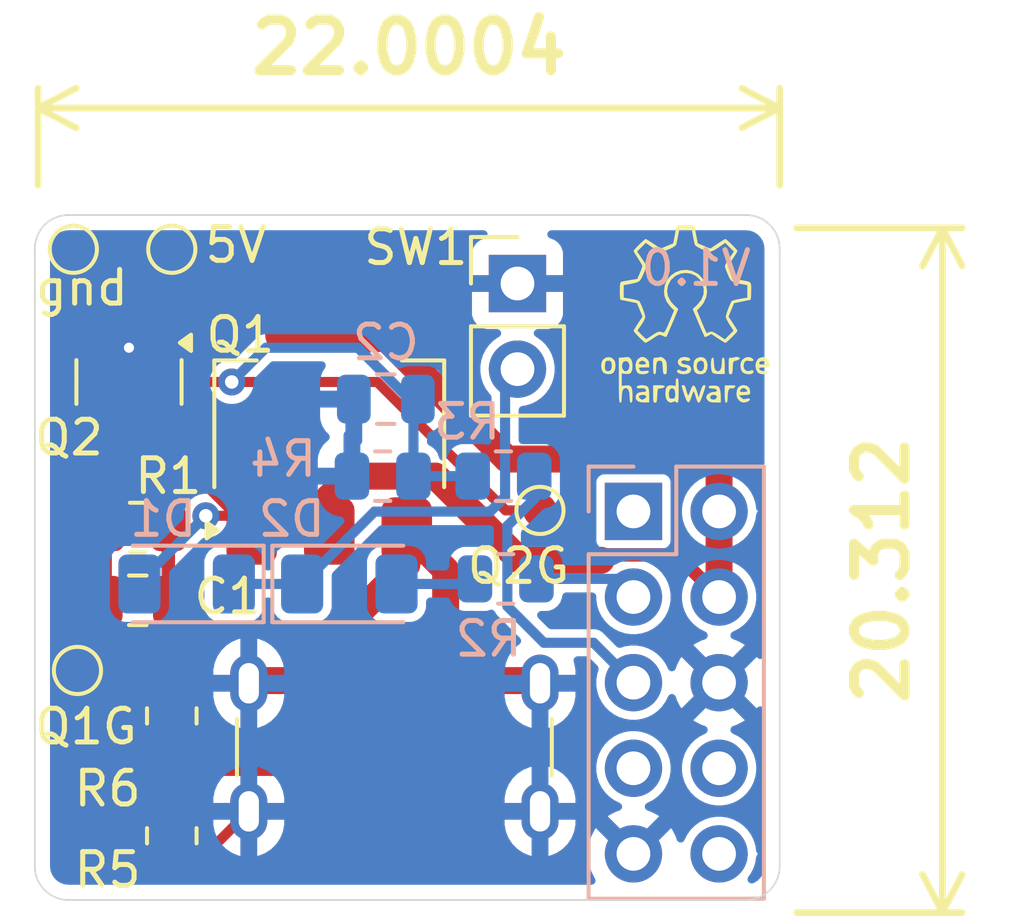
<source format=kicad_pcb>
(kicad_pcb (version 20241229) (generator "pcbnew") (generator_version "9.0")
  (layers (0 "F.Cu" signal) (2 "B.Cu" signal) (13 "F.Paste" user) (15 "B.Paste" user) (5 "F.SilkS" user "F.Silkscreen") (7 "B.SilkS" user "B.Silkscreen") (1 "F.Mask" user) (3 "B.Mask" user) (25 "Edge.Cuts" user))
  (net 0 "")
  (net 1 "VBUS")
  (net 2 "/Q1G")
  (net 3 "GND")
  (net 4 "/PWR_OFF")
  (net 5 "Net-(D1-K)")
  (net 6 "/SHT_DWN")
  (net 7 "5V")
  (net 8 "Net-(D2-A)")
  (net 9 "/Q2G")
  (net 10 "Net-(J5-CC2)")
  (net 11 "Net-(J5-CC1)")
  (footprint "Package_TO_SOT_SMD:SOT-223" (layer "F.Cu") (at 122.273 82.042 90)
    (property "Reference" "Q1" (at 2.667 -2.639 180) (layer "F.SilkS"))
    (property "Value" "NDT456P" (hide yes))
    (fp_line (start 1.91 -3.41) (end 1.91 -2.15) (stroke (width 0.12)) (layer "F.SilkS"))
    (fp_line (start -1.85 -3.41) (end 1.91 -3.41) (stroke (width 0.12)) (layer "F.SilkS"))
    (fp_line (start 1.91 3.41) (end 1.91 2.15) (stroke (width 0.12)) (layer "F.SilkS"))
    (fp_line (start -1.85 3.41) (end 1.91 3.41) (stroke (width 0.12)) (layer "F.SilkS"))
    (fp_poly (pts (xy -3.13 -3.31) (xy -3.37 -3.64) (xy -2.89 -3.64) (xy -3.13 -3.31)) (stroke (width 0.12)) (fill yes) (layer "F.SilkS"))
    (pad "1" smd roundrect (at -3.15 -2.3 90) (size 2 1.5) (layers "F.Cu" "F.Mask" "F.Paste") (net 2 "/Q1G"))
    (pad "2" smd roundrect (at -3.15 0 90) (size 2 1.5) (layers "F.Cu" "F.Mask" "F.Paste") (net 7 "5V"))
    (pad "3" smd roundrect (at -3.15 2.3 90) (size 2 1.5) (layers "F.Cu" "F.Mask" "F.Paste") (net 1 "VBUS"))
    (pad "4" smd roundrect (at 3.15 0 90) (size 2 3.8) (layers "F.Cu" "F.Mask" "F.Paste") (net 7 "5V"))
  )
  (footprint "000_victor:Open_Hardware" (layer "F.Cu") (at 132.842 78.74)
    (property "Reference" "G***" (hide yes))
    (property "Value" "LOGO" (hide yes))
    (fp_poly (pts (xy 1.411429 2.131377) (xy 1.469553 2.139317) (xy 1.483849 2.148147) (xy 1.459936 2.194849) (xy 1.408883 2.222071) (xy 1.3781 2.220245) (xy 1.316843 2.220295) (xy 1.275383 2.274507) (xy 1.254082 2.382194) (xy 1.251088 2.462097) (xy 1.248077 2.567034) (xy 1.237336 2.624899) (xy 1.216305 2.646577) (xy 1.207445 2.647652) (xy 1.185972 2.637328) (xy 1.172677 2.59968) (xy 1.165858 2.524696) (xy 1.163811 2.402363) (xy 1.163803 2.390937) (xy 1.163803 2.134222) (xy 1.323826 2.130011)) (fill yes) (layer "F.SilkS"))
    (fp_poly (pts (xy -0.675996 2.132163) (xy -0.619016 2.148617) (xy -0.616425 2.176155) (xy -0.646636 2.200723) (xy -0.702203 2.218499) (xy -0.755742 2.224261) (xy -0.793751 2.228229) (xy -0.816425 2.246543) (xy -0.828604 2.291742) (xy -0.83513 2.376365) (xy -0.837758 2.436713) (xy -0.843899 2.546446) (xy -0.853738 2.6101) (xy -0.871034 2.639783) (xy -0.899544 2.647606) (xy -0.903222 2.647652) (xy -0.930419 2.642929) (xy -0.947261 2.621357) (xy -0.956193 2.571828) (xy -0.959657 2.483233) (xy -0.960138 2.388924) (xy -0.960138 2.130195) (xy -0.785567 2.127738)) (fill yes) (layer "F.SilkS"))
    (fp_poly (pts (xy 1.560808 1.293191) (xy 1.610185 1.312719) (xy 1.609505 1.340555) (xy 1.600667 1.352393) (xy 1.547341 1.386603) (xy 1.488993 1.40211) (xy 1.447543 1.41026) (xy 1.423405 1.431704) (xy 1.410885 1.479962) (xy 1.404291 1.568554) (xy 1.402508 1.607503) (xy 1.395946 1.712686) (xy 1.38507 1.772155) (xy 1.365722 1.798389) (xy 1.337044 1.803895) (xy 1.309464 1.799009) (xy 1.292571 1.776819) (xy 1.28379 1.726026) (xy 1.280545 1.635333) (xy 1.280183 1.554504) (xy 1.280933 1.434227) (xy 1.285184 1.361088) (xy 1.295938 1.324039) (xy 1.316199 1.312028) (xy 1.345647 1.313572) (xy 1.414707 1.310546) (xy 1.449133 1.298368) (xy 1.50467 1.286878)) (fill yes) (layer "F.SilkS"))
    (fp_poly (pts (xy 1.142176 1.319974) (xy 1.155561 1.358863) (xy 1.162154 1.436154) (xy 1.163803 1.551446) (xy 1.163803 1.793614) (xy 1.004899 1.797795) (xy 0.883353 1.791815) (xy 0.81064 1.765285) (xy 0.801233 1.757214) (xy 0.775901 1.706018) (xy 0.75993 1.623502) (xy 0.753362 1.526278) (xy 0.756238 1.43096) (xy 0.768599 1.35416) (xy 0.790488 1.312491) (xy 0.800114 1.309279) (xy 0.827402 1.324676) (xy 0.840833 1.378093) (xy 0.843757 1.456667) (xy 0.855547 1.596101) (xy 0.890976 1.682518) (xy 0.950129 1.716111) (xy 0.960137 1.71661) (xy 1.022564 1.690275) (xy 1.061254 1.611144) (xy 1.076294 1.479022) (xy 1.076518 1.456667) (xy 1.081077 1.364513) (xy 1.096894 1.319155) (xy 1.12016 1.309279)) (fill yes) (layer "F.SilkS"))
    (fp_poly (pts (xy 1.965057 1.321897) (xy 2.016376 1.368236) (xy 2.014286 1.400254) (xy 1.962735 1.413412) (xy 1.890422 1.407615) (xy 1.814329 1.400076) (xy 1.772829 1.415167) (xy 1.744122 1.461167) (xy 1.74301 1.463597) (xy 1.721639 1.558921) (xy 1.741266 1.642194) (xy 1.796598 1.696671) (xy 1.819263 1.704868) (xy 1.888783 1.707451) (xy 1.930073 1.691456) (xy 1.977924 1.677129) (xy 2.012241 1.701977) (xy 2.014408 1.747207) (xy 2.003305 1.765379) (xy 1.943199 1.798048) (xy 1.855791 1.804249) (xy 1.764594 1.785863) (xy 1.693126 1.744769) (xy 1.688648 1.740218) (xy 1.642765 1.655249) (xy 1.627749 1.548083) (xy 1.643723 1.443017) (xy 1.686774 1.368209) (xy 1.783534 1.303512) (xy 1.885509 1.2913)) (fill yes) (layer "F.SilkS"))
    (fp_poly (pts (xy 0.514314 1.298623) (xy 0.586612 1.34384) (xy 0.634433 1.426483) (xy 0.655071 1.530015) (xy 0.645817 1.637896) (xy 0.603964 1.733588) (xy 0.588701 1.752978) (xy 0.517858 1.795162) (xy 0.425283 1.805224) (xy 0.335804 1.784264) (xy 0.278053 1.739231) (xy 0.244725 1.653976) (xy 0.237085 1.576473) (xy 0.331893 1.576473) (xy 0.353448 1.651668) (xy 0.398144 1.701461) (xy 0.456268 1.715012) (xy 0.517892 1.681696) (xy 0.543679 1.624348) (xy 0.551505 1.540709) (xy 0.540277 1.46018) (xy 0.527249 1.430387) (xy 0.479444 1.399261) (xy 0.417629 1.407847) (xy 0.363127 1.449619) (xy 0.34319 1.486716) (xy 0.331893 1.576473) (xy 0.237085 1.576473) (xy 0.233863 1.543782) (xy 0.246686 1.437879) (xy 0.263625 1.393258) (xy 0.327505 1.329157) (xy 0.421595 1.295282)) (fill yes) (layer "F.SilkS"))
    (fp_poly (pts (xy -2.181648 1.319861) (xy -2.11248 1.386402) (xy -2.088928 1.440206) (xy -2.075784 1.551283) (xy -2.091401 1.662172) (xy -2.131657 1.747955) (xy -2.141709 1.759317) (xy -2.214589 1.796232) (xy -2.309627 1.801349) (xy -2.401027 1.77583) (xy -2.443986 1.745705) (xy -2.487175 1.667357) (xy -2.503057 1.56228) (xy -2.501364 1.547079) (xy -2.390813 1.547079) (xy -2.387913 1.628455) (xy -2.3725 1.68549) (xy -2.372441 1.685585) (xy -2.325927 1.713802) (xy -2.261984 1.707917) (xy -2.212911 1.674997) (xy -2.192467 1.620022) (xy -2.186586 1.538216) (xy -2.187527 1.522248) (xy -2.200376 1.446449) (xy -2.229633 1.411196) (xy -2.265498 1.401374) (xy -2.330574 1.404708) (xy -2.362966 1.420286) (xy -2.382173 1.468608) (xy -2.390813 1.547079) (xy -2.501364 1.547079) (xy -2.491151 1.455387) (xy -2.45126 1.371933) (xy -2.367195 1.309582) (xy -2.271939 1.29324)) (fill yes) (layer "F.SilkS"))
    (fp_poly (pts (xy -0.637193 1.33889) (xy -0.627186 1.348635) (xy -0.585724 1.397964) (xy -0.56317 1.453417) (xy -0.554079 1.534386) (xy -0.552807 1.613454) (xy -0.55466 1.716372) (xy -0.562761 1.773908) (xy -0.580918 1.798821) (xy -0.609667 1.803895) (xy -0.640416 1.797145) (xy -0.658886 1.768579) (xy -0.669235 1.70572) (xy -0.675131 1.607503) (xy -0.681359 1.502723) (xy -0.691924 1.442608) (xy -0.711943 1.413638) (xy -0.746533 1.402293) (xy -0.753182 1.401292) (xy -0.811825 1.404839) (xy -0.848417 1.441162) (xy -0.8672 1.518632) (xy -0.872407 1.636598) (xy -0.876315 1.73563) (xy -0.889288 1.787732) (xy -0.914206 1.803833) (xy -0.916495 1.803895) (xy -0.938326 1.793328) (xy -0.951682 1.754866) (xy -0.958355 1.678367) (xy -0.960138 1.556913) (xy -0.959305 1.437194) (xy -0.954778 1.364273) (xy -0.943509 1.326758) (xy -0.922452 1.313262) (xy -0.894674 1.312163) (xy -0.810803 1.304897) (xy -0.765387 1.294325) (xy -0.703268 1.293947)) (fill yes) (layer "F.SilkS"))
    (fp_poly (pts (xy 0.06046 1.301499) (xy 0.116687 1.327274) (xy 0.141164 1.362819) (xy 0.124402 1.40018) (xy 0.07353 1.412701) (xy 0.025028 1.400548) (xy -0.046707 1.387912) (xy -0.102641 1.401771) (xy -0.127968 1.434578) (xy -0.114431 1.47165) (xy -0.061463 1.50245) (xy 0.001484 1.512944) (xy 0.092689 1.53362) (xy 0.151638 1.586176) (xy 0.171315 1.656407) (xy 0.144708 1.730108) (xy 0.121363 1.755743) (xy 0.04768 1.790799) (xy -0.05295 1.802747) (xy -0.153853 1.79108) (xy -0.219926 1.762211) (xy -0.256988 1.723411) (xy -0.244878 1.688691) (xy -0.241268 1.684887) (xy -0.20161 1.663969) (xy -0.163016 1.685031) (xy -0.100784 1.710686) (xy -0.027946 1.708974) (xy 0.031459 1.68367) (xy 0.052801 1.651146) (xy 0.045667 1.613522) (xy -0.003531 1.600575) (xy -0.020488 1.600229) (xy -0.120772 1.581112) (xy -0.191939 1.531966) (xy -0.227828 1.4651) (xy -0.222277 1.392824) (xy -0.169123 1.327446) (xy -0.160151 1.321235) (xy -0.091815 1.294635) (xy -0.013659 1.289338)) (fill yes) (layer "F.SilkS"))
    (fp_poly (pts (xy -1.153246 1.340433) (xy -1.153179 1.340485) (xy -1.092719 1.411931) (xy -1.076518 1.500508) (xy -1.076518 1.600229) (xy -1.237564 1.600229) (xy -1.328488 1.60158) (xy -1.372419 1.609208) (xy -1.380548 1.628483) (xy -1.365716 1.661694) (xy -1.333532 1.701625) (xy -1.283279 1.712325) (xy -1.223694 1.705709) (xy -1.148469 1.698904) (xy -1.100444 1.704149) (xy -1.095795 1.707031) (xy -1.089034 1.741898) (xy -1.1273 1.774449) (xy -1.197643 1.797381) (xy -1.267549 1.803895) (xy -1.360139 1.795343) (xy -1.417425 1.764379) (xy -1.438556 1.739231) (xy -1.478433 1.63964) (xy -1.483057 1.522866) (xy -1.466384 1.459828) (xy -1.383791 1.459828) (xy -1.382247 1.493144) (xy -1.325973 1.510782) (xy -1.280183 1.512944) (xy -1.197194 1.505667) (xy -1.169427 1.484059) (xy -1.170384 1.478654) (xy -1.213493 1.422739) (xy -1.279203 1.400399) (xy -1.329368 1.413339) (xy -1.383791 1.459828) (xy -1.466384 1.459828) (xy -1.454069 1.413268) (xy -1.412434 1.351599) (xy -1.328834 1.292351) (xy -1.245788 1.288772)) (fill yes) (layer "F.SilkS"))
    (fp_poly (pts (xy -1.169545 2.143519) (xy -1.122239 2.169661) (xy -1.095203 2.218354) (xy -1.080605 2.303804) (xy -1.076518 2.426554) (xy -1.076518 2.637726) (xy -1.218004 2.640949) (xy -1.32649 2.633142) (xy -1.409391 2.607997) (xy -1.421669 2.600619) (xy -1.472607 2.533898) (xy -1.478653 2.456912) (xy -1.38632 2.456912) (xy -1.375991 2.498941) (xy -1.351805 2.521138) (xy -1.303739 2.553244) (xy -1.269129 2.554399) (xy -1.22008 2.530248) (xy -1.167964 2.485534) (xy -1.169394 2.444698) (xy -1.22017 2.418793) (xy -1.263919 2.414891) (xy -1.347033 2.426563) (xy -1.38632 2.456912) (xy -1.478653 2.456912) (xy -1.479127 2.450882) (xy -1.43955 2.374769) (xy -1.438128 2.373327) (xy -1.377299 2.342033) (xy -1.288539 2.327772) (xy -1.278105 2.327606) (xy -1.197939 2.322473) (xy -1.167923 2.302263) (xy -1.180552 2.25976) (xy -1.190432 2.243315) (xy -1.235671 2.216312) (xy -1.320381 2.219578) (xy -1.3971 2.221889) (xy -1.443123 2.204668) (xy -1.448268 2.174858) (xy -1.422113 2.150228) (xy -1.350287 2.1282) (xy -1.25688 2.126561)) (fill yes) (layer "F.SilkS"))
    (fp_poly (pts (xy 2.404957 1.325913) (xy 2.471668 1.399682) (xy 2.501575 1.506492) (xy 2.502176 1.525579) (xy 2.498265 1.568313) (xy 2.477025 1.590562) (xy 2.424193 1.59898) (xy 2.342153 1.600229) (xy 2.254512 1.604427) (xy 2.196388 1.615257) (xy 2.18213 1.625762) (xy 2.20754 1.674148) (xy 2.270283 1.704589) (xy 2.350127 1.707654) (xy 2.355645 1.706638) (xy 2.42445 1.703614) (xy 2.461133 1.720816) (xy 2.461663 1.758994) (xy 2.420283 1.786208) (xy 2.352512 1.80088) (xy 2.273869 1.801427) (xy 2.199873 1.786271) (xy 2.146043 1.75383) (xy 2.145264 1.752978) (xy 2.09132 1.658112) (xy 2.075052 1.548412) (xy 2.090349 1.462028) (xy 2.187669 1.462028) (xy 2.1924 1.496425) (xy 2.233288 1.510918) (xy 2.283963 1.512944) (xy 2.354592 1.507495) (xy 2.380755 1.486534) (xy 2.380257 1.462028) (xy 2.347709 1.421489) (xy 2.283963 1.411111) (xy 2.212298 1.425677) (xy 2.187669 1.462028) (xy 2.090349 1.462028) (xy 2.094031 1.441238) (xy 2.145825 1.353953) (xy 2.20714 1.310971) (xy 2.312946 1.293553)) (fill yes) (layer "F.SilkS"))
    (fp_poly (pts (xy 0.918861 2.14261) (xy 0.970704 2.160121) (xy 1.003127 2.198736) (xy 1.009766 2.211226) (xy 1.029886 2.279801) (xy 1.043432 2.380956) (xy 1.046994 2.461981) (xy 1.047423 2.639998) (xy 0.885032 2.641457) (xy 0.774325 2.636022) (xy 0.702916 2.614334) (xy 0.666819 2.587094) (xy 0.624726 2.529946) (xy 0.610996 2.487629) (xy 0.620969 2.46147) (xy 0.736772 2.46147) (xy 0.739082 2.515271) (xy 0.782661 2.54831) (xy 0.85188 2.552022) (xy 0.88502 2.542706) (xy 0.923848 2.502207) (xy 0.931042 2.469969) (xy 0.907754 2.430629) (xy 0.853379 2.413166) (xy 0.791155 2.418597) (xy 0.744316 2.447939) (xy 0.736772 2.46147) (xy 0.620969 2.46147) (xy 0.637186 2.418935) (xy 0.704135 2.362361) (xy 0.794417 2.330561) (xy 0.831343 2.327606) (xy 0.900951 2.321981) (xy 0.926092 2.30039) (xy 0.925229 2.27669) (xy 0.901566 2.241529) (xy 0.840342 2.227019) (xy 0.799441 2.225773) (xy 0.718772 2.218482) (xy 0.685723 2.194347) (xy 0.683734 2.182131) (xy 0.699389 2.154614) (xy 0.75354 2.141221) (xy 0.82835 2.138488)) (fill yes) (layer "F.SilkS"))
    (fp_poly (pts (xy 1.829744 2.147675) (xy 1.896273 2.214826) (xy 1.920269 2.319318) (xy 1.920275 2.321171) (xy 1.917728 2.372355) (xy 1.900763 2.400331) (xy 1.855396 2.413421) (xy 1.767641 2.419944) (xy 1.752978 2.420713) (xy 1.585681 2.429439) (xy 1.650624 2.494381) (xy 1.711655 2.538939) (xy 1.771462 2.538359) (xy 1.781551 2.534927) (xy 1.859306 2.518699) (xy 1.905704 2.530646) (xy 1.912775 2.56103) (xy 1.87255 2.600112) (xy 1.846168 2.613887) (xy 1.738224 2.645014) (xy 1.648874 2.625945) (xy 1.584359 2.576237) (xy 1.534464 2.507842) (xy 1.514568 2.421088) (xy 1.512944 2.372571) (xy 1.523178 2.306393) (xy 1.614764 2.306393) (xy 1.632116 2.323127) (xy 1.693081 2.327514) (xy 1.715586 2.327606) (xy 1.788857 2.322483) (xy 1.829847 2.309674) (xy 1.83299 2.30433) (xy 1.808672 2.256958) (xy 1.753209 2.220057) (xy 1.711814 2.211226) (xy 1.658291 2.234549) (xy 1.629324 2.269416) (xy 1.614764 2.306393) (xy 1.523178 2.306393) (xy 1.53235 2.247077) (xy 1.590014 2.164785) (xy 1.685101 2.126667) (xy 1.726647 2.123941)) (fill yes) (layer "F.SilkS"))
    (fp_poly (pts (xy -0.228821 1.92886) (xy -0.216263 1.960449) (xy -0.208585 2.023793) (xy -0.204736 2.127643) (xy -0.203666 2.280753) (xy -0.203666 2.283964) (xy -0.204696 2.438025) (xy -0.208486 2.542672) (xy -0.216088 2.606658) (xy -0.22855 2.638733) (xy -0.246923 2.64765) (xy -0.247308 2.647652) (xy -0.286019 2.6314) (xy -0.290951 2.617533) (xy -0.308761 2.602276) (xy -0.347228 2.617533) (xy -0.432228 2.645491) (xy -0.502273 2.622298) (xy -0.541023 2.586407) (xy -0.57999 2.516673) (xy -0.595675 2.411852) (xy -0.596215 2.38451) (xy -0.494616 2.38451) (xy -0.488084 2.473947) (xy -0.462088 2.517761) (xy -0.40703 2.527677) (xy -0.379325 2.525334) (xy -0.33314 2.5137) (xy -0.311628 2.481896) (xy -0.305641 2.413024) (xy -0.305498 2.388967) (xy -0.316694 2.286746) (xy -0.35156 2.232228) (xy -0.353976 2.230632) (xy -0.414143 2.218166) (xy -0.462359 2.254927) (xy -0.49055 2.332084) (xy -0.494616 2.38451) (xy -0.596215 2.38451) (xy -0.596449 2.372666) (xy -0.586164 2.245837) (xy -0.551973 2.167892) (xy -0.488874 2.13268) (xy -0.401265 2.132702) (xy -0.290951 2.147499) (xy -0.290951 2.033887) (xy -0.283386 1.95401) (xy -0.25846 1.921898) (xy -0.247308 1.920275)) (fill yes) (layer "F.SilkS"))
    (fp_poly (pts (xy 0.58115 2.127114) (xy 0.591513 2.144888) (xy 0.584178 2.189645) (xy 0.558812 2.273766) (xy 0.548522 2.305785) (xy 0.492843 2.470771) (xy 0.448168 2.581399) (xy 0.411402 2.639769) (xy 0.379449 2.64798) (xy 0.349214 2.60813) (xy 0.317601 2.522318) (xy 0.302947 2.472289) (xy 0.275079 2.384504) (xy 0.250661 2.32761) (xy 0.235978 2.314008) (xy 0.218318 2.349507) (xy 0.192021 2.422354) (xy 0.173284 2.481946) (xy 0.136278 2.584775) (xy 0.100662 2.633947) (xy 0.063953 2.628576) (xy 0.02367 2.567777) (xy -0.022669 2.450665) (xy -0.037346 2.406806) (xy -0.078532 2.279495) (xy -0.102816 2.19758) (xy -0.111099 2.151057) (xy -0.10428 2.129921) (xy -0.083262 2.124169) (xy -0.06282 2.123941) (xy -0.027543 2.138076) (xy 0.000235 2.187869) (xy 0.026649 2.284405) (xy 0.027057 2.286221) (xy 0.049456 2.36999) (xy 0.070399 2.421255) (xy 0.082603 2.429639) (xy 0.102516 2.392959) (xy 0.131593 2.320808) (xy 0.14797 2.274632) (xy 0.189715 2.175566) (xy 0.229414 2.133773) (xy 0.268512 2.149479) (xy 0.308455 2.222909) (xy 0.336241 2.303952) (xy 0.391457 2.486319) (xy 0.445562 2.30513) (xy 0.481344 2.200338) (xy 0.513786 2.143261) (xy 0.548693 2.124147) (xy 0.553424 2.123941)) (fill yes) (layer "F.SilkS"))
    (fp_poly (pts (xy -1.682202 1.295569) (xy -1.617914 1.348262) (xy -1.580256 1.447976) (xy -1.571134 1.554508) (xy -1.581994 1.681569) (xy -1.618015 1.759934) (xy -1.684361 1.795556) (xy -1.78001 1.795248) (xy -1.89118 1.780337) (xy -1.89118 1.963918) (xy -1.89118 2.147499) (xy -1.78001 2.132588) (xy -1.688287 2.13025) (xy -1.626864 2.157406) (xy -1.590471 2.221593) (xy -1.573842 2.330352) (xy -1.571134 2.431517) (xy -1.573457 2.545991) (xy -1.581846 2.612958) (xy -1.59843 2.642967) (xy -1.614777 2.647652) (xy -1.64096 2.633424) (xy -1.654521 2.583424) (xy -1.658419 2.486678) (xy -1.658419 2.485716) (xy -1.668627 2.343308) (xy -1.69986 2.253342) (xy -1.753036 2.213658) (xy -1.7748 2.211226) (xy -1.835179 2.235301) (xy -1.873323 2.308967) (xy -1.890149 2.434385) (xy -1.89118 2.485716) (xy -1.895014 2.582868) (xy -1.90849 2.633188) (xy -1.934563 2.647651) (xy -1.934823 2.647652) (xy -1.948975 2.64088) (xy -1.959765 2.616132) (xy -1.967627 2.566756) (xy -1.972993 2.486102) (xy -1.976299 2.36752) (xy -1.977978 2.204358) (xy -1.978464 1.989967) (xy -1.978465 1.978791) (xy -1.978465 1.577373) (xy -1.884615 1.577373) (xy -1.861812 1.65573) (xy -1.813443 1.706737) (xy -1.7748 1.71661) (xy -1.715833 1.690486) (xy -1.681686 1.6427) (xy -1.662311 1.553746) (xy -1.680189 1.474794) (xy -1.728557 1.422662) (xy -1.7748 1.411111) (xy -1.83822 1.430999) (xy -1.873862 1.489951) (xy -1.884615 1.577373) (xy -1.978465 1.577373) (xy -1.978465 1.30993) (xy -1.913001 1.311215) (xy -1.832664 1.305035) (xy -1.770373 1.293494)) (fill yes) (layer "F.SilkS"))
    (fp_poly (pts (xy 0.115484 -2.617808) (xy 0.205211 -2.615802) (xy 0.256127 -2.612901) (xy 0.262949 -2.611283) (xy 0.268529 -2.581469) (xy 0.282571 -2.507639) (xy 0.302573 -2.402925) (xy 0.314046 -2.342994) (xy 0.36405 -2.08198) (xy 0.551151 -2.00391) (xy 0.738253 -1.92584) (xy 0.949714 -2.068533) (xy 1.04703 -2.13259) (xy 1.126271 -2.181758) (xy 1.175085 -2.208496) (xy 1.183467 -2.211225) (xy 1.214399 -2.191783) (xy 1.272366 -2.14154) (xy 1.345168 -2.072623) (xy 1.420605 -1.99716) (xy 1.486477 -1.927277) (xy 1.530582 -1.875102) (xy 1.542039 -1.854808) (xy 1.526833 -1.821115) (xy 1.486451 -1.752637) (xy 1.428745 -1.662497) (xy 1.411111 -1.635995) (xy 1.349814 -1.540551) (xy 1.303879 -1.461272) (xy 1.281262 -1.412131) (xy 1.280183 -1.406066) (xy 1.291135 -1.362746) (xy 1.319681 -1.284355) (xy 1.354853 -1.19913) (xy 1.429523 -1.026956) (xy 1.63853 -0.991344) (xy 1.77488 -0.968529) (xy 1.864373 -0.948844) (xy 1.916792 -0.922087) (xy 1.941922 -0.878054) (xy 1.949548 -0.806544) (xy 1.949455 -0.697354) (xy 1.94937 -0.667226) (xy 1.947105 -0.552021) (xy 1.941043 -0.462416) (xy 1.93228 -0.411605) (xy 1.927549 -0.404879) (xy 1.890625 -0.39815) (xy 1.811832 -0.382441) (xy 1.706238 -0.360772) (xy 1.673512 -0.353962) (xy 1.441297 -0.305498) (xy 1.358589 -0.105921) (xy 1.275881 0.093655) (xy 1.40896 0.293787) (xy 1.470375 0.388768) (xy 1.516792 0.465547) (xy 1.540504 0.511195) (xy 1.542039 0.517) (xy 1.52252 0.547348) (xy 1.472083 0.60467) (xy 1.402911 0.676845) (xy 1.327186 0.75175) (xy 1.257089 0.817262) (xy 1.204803 0.861261) (xy 1.184432 0.872852) (xy 1.151867 0.857759) (xy 1.084065 0.817625) (xy 0.993881 0.760171) (xy 0.964327 0.740673) (xy 0.765548 0.608494) (xy 0.675603 0.660116) (xy 0.612307 0.690215) (xy 0.572784 0.697575) (xy 0.569835 0.695914) (xy 0.553584 0.664859) (xy 0.519322 0.589814) (xy 0.471362 0.480524) (xy 0.414011 0.346739) (xy 0.38353 0.274581) (xy 0.213048 -0.130928) (xy 0.351254 -0.261855) (xy 0.469537 -0.407751) (xy 0.532841 -0.565521) (xy 0.540585 -0.729029) (xy 0.492186 -0.892136) (xy 0.421828 -1.006432) (xy 0.305066 -1.11533) (xy 0.162682 -1.18042) (xy 0.00697 -1.202035) (xy -0.149775 -1.180506) (xy -0.295257 -1.116166) (xy -0.417182 -1.009347) (xy -0.437434 -0.983224) (xy -0.520054 -0.825672) (xy -0.546073 -0.663778) (xy -0.516187 -0.503363) (xy -0.43109 -0.350244) (xy -0.351254 -0.261855) (xy -0.213048 -0.130928) (xy -0.38353 0.274581) (xy -0.443804 0.416709) (xy -0.496662 0.539016) (xy -0.537833 0.631803) (xy -0.56305 0.685372) (xy -0.568322 0.694401) (xy -0.601117 0.69247) (xy -0.6641 0.669572) (xy -0.68044 0.66207) (xy -0.730774 0.640002) (xy -0.771492 0.633971) (xy -0.817549 0.648212) (xy -0.883901 0.686964) (xy -0.970112 0.744141) (xy -1.063075 0.804632) (xy -1.137897 0.849857) (xy -1.181311 0.871894) (xy -1.185622 0.872852) (xy -1.215749 0.853503) (xy -1.274903 0.802081) (xy -1.351849 0.728527) (xy -1.375653 0.704712) (xy -1.452863 0.624237) (xy -1.511031 0.558942) (xy -1.540339 0.520005) (xy -1.542039 0.515245) (xy -1.526943 0.482707) (xy -1.486783 0.414875) (xy -1.429251 0.32455) (xy -1.40896 0.293787) (xy -1.275882 0.093655) (xy -1.358589 -0.105921) (xy -1.441297 -0.305498) (xy -1.673512 -0.353962) (xy -1.783962 -0.376771) (xy -1.871884 -0.394477) (xy -1.922209 -0.404059) (xy -1.927549 -0.404879) (xy -1.93722 -0.432934) (xy -1.940988 -0.46975) (xy -1.83299 -0.46975) (xy -1.615065 -0.434595) (xy -1.506642 -0.41359) (xy -1.420607 -0.390429) (xy -1.37338 -0.36965) (xy -1.370655 -0.367017) (xy -1.33869 -0.311901) (xy -1.298217 -0.22126) (xy -1.256407 -0.114159) (xy -1.220433 -0.009662) (xy -1.197463 0.073167) (xy -1.192898 0.105557) (xy -1.209086 0.162286) (xy -1.251489 0.24671) (xy -1.30983 0.338912) (xy -1.426762 0.505838) (xy -1.303772 0.631155) (xy -1.236255 0.697487) (xy -1.18542 0.742888) (xy -1.165019 0.756403) (xy -1.134943 0.741178) (xy -1.070399 0.701125) (xy -0.984743 0.644568) (xy -0.975515 0.638314) (xy -0.876899 0.575135) (xy -0.806334 0.543852) (xy -0.746186 0.54032) (xy -0.678818 0.560394) (xy -0.666047 0.56558) (xy -0.641918 0.563956) (xy -0.613869 0.534781) (xy -0.577698 0.470888) (xy -0.529199 0.365108) (xy -0.479548 0.247555) (xy -0.339831 -0.089845) (xy -0.444898 -0.197671) (xy -0.563558 -0.354689) (xy -0.626955 -0.527173) (xy -0.639453 -0.660978) (xy -0.613034 -0.843677) (xy -0.541369 -1.000937) (xy -0.433172 -1.128752) (xy -0.297156 -1.223115) (xy -0.142034 -1.28002) (xy 0.02348 -1.29546) (xy 0.190674 -1.265429) (xy 0.350832 -1.185921) (xy 0.407493 -1.142367) (xy 0.536875 -0.99721) (xy 0.614902 -0.832885) (xy 0.641224 -0.658235) (xy 0.615491 -0.482103) (xy 0.537352 -0.31333) (xy 0.444898 -0.197671) (xy 0.339831 -0.089845) (xy 0.478915 0.246029) (xy 0.532398 0.373428) (xy 0.57795 0.478637) (xy 0.611047 0.55144) (xy 0.627164 0.581621) (xy 0.627677 0.581902) (xy 0.658212 0.57122) (xy 0.710329 0.548652) (xy 0.752776 0.535215) (xy 0.797482 0.540029) (xy 0.858416 0.567941) (xy 0.949544 0.623797) (xy 0.975657 0.640725) (xy 1.168009 0.766048) (xy 1.296545 0.637512) (xy 1.425081 0.508976) (xy 1.309082 0.334499) (xy 1.251229 0.239394) (xy 1.20963 0.155589) (xy 1.193013 0.100739) (xy 1.192991 0.099575) (xy 1.20404 0.042827) (xy 1.232516 -0.047847) (xy 1.271255 -0.153631) (xy 1.313091 -0.255711) (xy 1.350862 -0.335273) (xy 1.370655 -0.367017) (xy 1.410636 -0.387045) (xy 1.49189 -0.410138) (xy 1.597999 -0.431757) (xy 1.615065 -0.434595) (xy 1.83299 -0.46975) (xy 1.83299 -0.654691) (xy 1.83299 -0.839631) (xy 1.665693 -0.87117) (xy 1.528623 -0.898747) (xy 1.436205 -0.924472) (xy 1.375588 -0.955401) (xy 1.333921 -0.998591) (xy 1.298352 -1.061101) (xy 1.290527 -1.077193) (xy 1.243677 -1.181888) (xy 1.201668 -1.287198) (xy 1.191085 -1.317024) (xy 1.174647 -1.372192) (xy 1.1724 -1.41726) (xy 1.18916 -1.466894) (xy 1.229743 -1.535755) (xy 1.294554 -1.632051) (xy 1.43493 -1.8375) (xy 1.305758 -1.966672) (xy 1.176585 -2.095844) (xy 0.989942 -1.964417) (xy 0.892125 -1.901342) (xy 0.804244 -1.854804) (xy 0.743033 -1.833482) (xy 0.736549 -1.832989) (xy 0.660481 -1.84501) (xy 0.562121 -1.876176) (xy 0.457942 -1.919145) (xy 0.364412 -1.966574) (xy 0.298004 -2.011122) (xy 0.275864 -2.038355) (xy 0.261874 -2.094088) (xy 0.242186 -2.186604) (xy 0.222113 -2.290292) (xy 0.185692 -2.487629) (xy 0 -2.487629) (xy -0.185693 -2.487629) (xy -0.222114 -2.290292) (xy -0.243157 -2.181819) (xy -0.262679 -2.090549) (xy -0.275864 -2.038355) (xy -0.310951 -2.000786) (xy -0.385601 -1.954833) (xy -0.48335 -1.907828) (xy -0.587731 -1.867101) (xy -0.682281 -1.839985) (xy -0.737059 -1.832989) (xy -0.792514 -1.849116) (xy -0.877508 -1.891741) (xy -0.975196 -1.952229) (xy -0.991335 -1.963307) (xy -1.178351 -2.093624) (xy -1.306641 -1.965562) (xy -1.43493 -1.8375) (xy -1.294554 -1.632051) (xy -1.22695 -1.531437) (xy -1.187733 -1.463946) (xy -1.172088 -1.414916) (xy -1.175197 -1.369682) (xy -1.191085 -1.317024) (xy -1.227598 -1.220668) (xy -1.274583 -1.111344) (xy -1.290527 -1.077193) (xy -1.326443 -1.009775) (xy -1.365781 -0.963145) (xy -1.421395 -0.930246) (xy -1.506135 -0.90402) (xy -1.632853 -0.877409) (xy -1.665693 -0.87117) (xy -1.83299 -0.839631) (xy -1.83299 -0.654691) (xy -1.83299 -0.46975) (xy -1.940988 -0.46975) (xy -1.944693 -0.505944) (xy -1.948864 -0.610686) (xy -1.94937 -0.666074) (xy -1.946436 -0.80365) (xy -1.936978 -0.890332) (xy -1.920013 -0.933153) (xy -1.91113 -0.939491) (xy -1.865283 -0.950977) (xy -1.779172 -0.967882) (xy -1.67006 -0.986856) (xy -1.651502 -0.989879) (xy -1.430114 -1.025592) (xy -1.355149 -1.198448) (xy -1.316255 -1.293207) (xy -1.289157 -1.368933) (xy -1.280183 -1.406066) (xy -1.295518 -1.445199) (xy -1.336217 -1.518063) (xy -1.394324 -1.610685) (xy -1.411111 -1.635995) (xy -1.472166 -1.729752) (xy -1.518029 -1.805411) (xy -1.540847 -1.849847) (xy -1.542039 -1.854808) (xy -1.522479 -1.885554) (xy -1.471932 -1.943173) (xy -1.402599 -2.015538) (xy -1.326679 -2.090522) (xy -1.256374 -2.155997) (xy -1.203883 -2.199838) (xy -1.183467 -2.211225) (xy -1.150811 -2.195942) (xy -1.082632 -2.155119) (xy -0.991279 -2.096293) (xy -0.949714 -2.068533) (xy -0.738253 -1.92584) (xy -0.551151 -2.00391) (xy -0.36405 -2.08198) (xy -0.314046 -2.342994) (xy -0.291999 -2.45824) (xy -0.27466 -2.549178) (xy -0.26453 -2.602675) (xy -0.262949 -2.611283) (xy -0.235513 -2.614487) (xy -0.162944 -2.616972) (xy -0.058298 -2.618374) (xy 0 -2.618556)) (fill yes) (layer "F.SilkS"))
  )
  (footprint "TestPoint:TestPoint_Pad_D1.0mm" (layer "F.Cu") (at 114.803678 89.329834 90)
    (property "Reference" "TP2" (hide yes))
    (property "Value" "Q1G" (at -1.666424 0.254 0) (layer "F.SilkS"))
    (fp_circle (center 0 0) (end 0 0.7) (stroke (width 0.12)) (fill no) (layer "F.SilkS"))
    (pad "1" smd circle (at 0 0 90) (size 1 1) (layers "F.Cu" "F.Mask") (net 2 "/Q1G"))
  )
  (footprint "Resistor_SMD:R_0805_2012Metric" (layer "F.Cu") (at 117.602 94.234 -90)
    (property "Reference" "R5" (at 1.016 1.905 180) (layer "F.SilkS"))
    (property "Value" "5.1K")
    (fp_line (start -0.227064 0.735) (end 0.227064 0.735) (stroke (width 0.12)) (layer "F.SilkS"))
    (fp_line (start -0.227064 -0.735) (end 0.227064 -0.735) (stroke (width 0.12)) (layer "F.SilkS"))
    (pad "1" smd roundrect (at -0.9125 0 270) (size 1.025 1.4) (layers "F.Cu" "F.Mask" "F.Paste") (roundrect_rratio 0.243902) (net 10 "Net-(J5-CC2)"))
    (pad "2" smd roundrect (at 0.9125 0 270) (size 1.025 1.4) (layers "F.Cu" "F.Mask" "F.Paste") (roundrect_rratio 0.243902) (net 3 "GND"))
  )
  (footprint "Resistor_SMD:R_0805_2012Metric" (layer "F.Cu") (at 116.586 85.09 180)
    (property "Reference" "R1" (at -0.9125 1.524 0) (layer "F.SilkS"))
    (property "Value" "5.1K")
    (fp_line (start -0.227064 0.735) (end 0.227064 0.735) (stroke (width 0.12)) (layer "F.SilkS"))
    (fp_line (start -0.227064 -0.735) (end 0.227064 -0.735) (stroke (width 0.12)) (layer "F.SilkS"))
    (pad "1" smd roundrect (at -0.9125 0 180) (size 1.025 1.4) (layers "F.Cu" "F.Mask" "F.Paste") (roundrect_rratio 0.243902) (net 1 "VBUS"))
    (pad "2" smd roundrect (at 0.9125 0 180) (size 1.025 1.4) (layers "F.Cu" "F.Mask" "F.Paste") (roundrect_rratio 0.243902) (net 2 "/Q1G"))
  )
  (footprint "TestPoint:TestPoint_Pad_D1.0mm" (layer "F.Cu") (at 117.602 76.835)
    (property "Reference" "TP1" (hide yes))
    (property "Value" "5V" (at 1.905 -0.127 0) (layer "F.SilkS"))
    (fp_circle (center 0 0) (end 0 0.7) (stroke (width 0.12)) (fill no) (layer "F.SilkS"))
    (pad "1" smd circle (at 0 0) (size 1 1) (layers "F.Cu" "F.Mask") (net 7 "5V"))
  )
  (footprint "Package_TO_SOT_SMD:SOT-23" (layer "F.Cu") (at 116.332 80.772 -90)
    (property "Reference" "Q2" (at 1.651 1.778 180) (layer "F.SilkS"))
    (property "Value" "AO3414" (hide yes))
    (fp_line (start 0 1.56) (end -0.65 1.56) (stroke (width 0.12)) (layer "F.SilkS"))
    (fp_line (start 0 1.56) (end 0.65 1.56) (stroke (width 0.12)) (layer "F.SilkS"))
    (fp_line (start 0 -1.56) (end -0.65 -1.56) (stroke (width 0.12)) (layer "F.SilkS"))
    (fp_line (start 0 -1.56) (end 0.65 -1.56) (stroke (width 0.12)) (layer "F.SilkS"))
    (fp_poly (pts (xy -1.1625 -1.51) (xy -1.4025 -1.84) (xy -0.9225 -1.84)) (stroke (width 0.12)) (fill yes) (layer "F.SilkS"))
    (pad "1" smd roundrect (at -0.9375 -0.95 270) (size 1.475 0.6) (layers "F.Cu" "F.Mask" "F.Paste") (net 9 "/Q2G"))
    (pad "2" smd roundrect (at -0.9375 0.95 270) (size 1.475 0.6) (layers "F.Cu" "F.Mask" "F.Paste") (net 3 "GND"))
    (pad "3" smd roundrect (at 0.9375 0 270) (size 1.475 0.6) (layers "F.Cu" "F.Mask" "F.Paste") (net 2 "/Q1G"))
  )
  (footprint "Capacitor_SMD:C_0805_2012Metric" (layer "F.Cu") (at 116.593 87.249 180)
    (property "Reference" "C1" (at -2.66 0.113 0) (layer "F.SilkS"))
    (property "Value" "10n")
    (fp_line (start -0.261252 0.735) (end 0.261252 0.735) (stroke (width 0.12)) (layer "F.SilkS"))
    (fp_line (start -0.261252 -0.735) (end 0.261252 -0.735) (stroke (width 0.12)) (layer "F.SilkS"))
    (pad "1" smd roundrect (at -0.95 0 180) (size 1 1.45) (layers "F.Cu" "F.Mask" "F.Paste") (net 1 "VBUS"))
    (pad "2" smd roundrect (at 0.95 0 180) (size 1 1.45) (layers "F.Cu" "F.Mask" "F.Paste") (net 2 "/Q1G"))
  )
  (footprint "Connector_USB:USB_C_Receptacle_GCT_USB4125-xx-x-0190_6P_TopMnt_Horizontal" (layer "F.Cu") (at 124.206 92.71)
    (property "Reference" "J5" (hide yes))
    (property "Value" "USB_C_Receptacle_PowerOnly_6P" (hide yes))
    (fp_line (start -4.67 -0.25) (end -4.67 -1.95) (stroke (width 0.12)) (layer "F.SilkS"))
    (fp_line (start 4.67 -0.25) (end 4.67 -1.95) (stroke (width 0.12)) (layer "F.SilkS"))
    (pad "A5" smd roundrect (at -0.5 -3.08) (size 0.7 1.2) (layers "F.Cu" "F.Mask" "F.Paste") (net 11 "Net-(J5-CC1)"))
    (pad "A9" smd roundrect (at 1.52 -3.08 180) (size 0.76 1.2) (layers "F.Cu" "F.Mask" "F.Paste") (net 1 "VBUS"))
    (pad "A12" smd roundrect (at 2.75 -3.08 180) (size 0.8 1.2) (layers "F.Cu" "F.Mask" "F.Paste") (net 3 "GND"))
    (pad "B5" smd roundrect (at 0.5 -3.08 180) (size 0.7 1.2) (layers "F.Cu" "F.Mask" "F.Paste") (net 10 "Net-(J5-CC2)"))
    (pad "B9" smd roundrect (at -1.52 -3.08) (size 0.76 1.2) (layers "F.Cu" "F.Mask" "F.Paste") (net 1 "VBUS"))
    (pad "B12" smd roundrect (at -2.75 -3.08) (size 0.8 1.2) (layers "F.Cu" "F.Mask" "F.Paste") (net 3 "GND"))
    (pad "S1" thru_hole oval (at -4.32 -3) (size 1.1 1.7) (drill oval 0.6 1.2) (property pad_prop_heatsink) (layers "*.Cu" "*.Mask" "F.Paste") (net 3 "GND"))
    (pad "S1" thru_hole oval (at -4.32 0.8) (size 1.1 1.7) (drill oval 0.6 1.2) (property pad_prop_heatsink) (layers "*.Cu" "*.Mask" "F.Paste") (net 3 "GND"))
    (pad "S1" thru_hole oval (at 4.32 -3) (size 1.1 1.7) (drill oval 0.6 1.2) (property pad_prop_heatsink) (layers "*.Cu" "*.Mask" "F.Paste") (net 3 "GND"))
    (pad "S1" thru_hole oval (at 4.32 0.8) (size 1.1 1.7) (drill oval 0.6 1.2) (property pad_prop_heatsink) (layers "*.Cu" "*.Mask" "F.Paste") (net 3 "GND"))
  )
  (footprint "Connector_PinHeader_2.54mm:PinHeader_1x02_P2.54mm_Vertical" (layer "F.Cu") (at 127.857003 77.851)
    (property "Reference" "SW1" (at -3.016003 -1.077692 0) (layer "F.SilkS"))
    (property "Value" "SW_Push" (hide yes))
    (fp_line (start -1.38 -1.38) (end 0 -1.38) (stroke (width 0.12)) (layer "F.SilkS"))
    (fp_line (start -1.38 0) (end -1.38 -1.38) (stroke (width 0.12)) (layer "F.SilkS"))
    (fp_line (start -1.38 1.27) (end -1.38 3.92) (stroke (width 0.12)) (layer "F.SilkS"))
    (fp_line (start -1.38 1.27) (end 1.38 1.27) (stroke (width 0.12)) (layer "F.SilkS"))
    (fp_line (start -1.38 3.92) (end 1.38 3.92) (stroke (width 0.12)) (layer "F.SilkS"))
    (fp_line (start 1.38 1.27) (end 1.38 3.92) (stroke (width 0.12)) (layer "F.SilkS"))
    (pad "1" thru_hole rect (at 0 0) (size 1.7 1.7) (drill 1) (layers "*.Cu" "*.Mask") (net 3 "GND"))
    (pad "2" thru_hole circle (at 0 2.54) (size 1.7 1.7) (drill 1) (layers "*.Cu" "*.Mask") (net 5 "Net-(D1-K)"))
  )
  (footprint "TestPoint:TestPoint_Pad_D1.0mm" (layer "F.Cu") (at 128.524 84.582)
    (property "Reference" "TP3" (hide yes))
    (property "Value" "Q2G" (at -0.635 1.651 0) (layer "F.SilkS"))
    (fp_circle (center 0 0) (end 0 0.7) (stroke (width 0.12)) (fill no) (layer "F.SilkS"))
    (pad "1" smd circle (at 0 0) (size 1 1) (layers "F.Cu" "F.Mask") (net 9 "/Q2G"))
  )
  (footprint "Resistor_SMD:R_0805_2012Metric" (layer "F.Cu") (at 117.602 90.678 90)
    (property "Reference" "R6" (at -2.159 -1.905 180) (layer "F.SilkS"))
    (property "Value" "5.1K")
    (fp_line (start -0.227064 -0.735) (end 0.227064 -0.735) (stroke (width 0.12)) (layer "F.SilkS"))
    (fp_line (start -0.227064 0.735) (end 0.227064 0.735) (stroke (width 0.12)) (layer "F.SilkS"))
    (pad "1" smd roundrect (at -0.9125 0 90) (size 1.025 1.4) (layers "F.Cu" "F.Mask" "F.Paste") (roundrect_rratio 0.243902) (net 11 "Net-(J5-CC1)"))
    (pad "2" smd roundrect (at 0.9125 0 90) (size 1.025 1.4) (layers "F.Cu" "F.Mask" "F.Paste") (roundrect_rratio 0.243902) (net 3 "GND"))
  )
  (footprint "TestPoint:TestPoint_Pad_D1.0mm" (layer "F.Cu") (at 114.681 76.835)
    (property "Reference" "TP4" (hide yes))
    (property "Value" "gnd" (at 0.254 1.143 0) (layer "F.SilkS"))
    (fp_circle (center 0 0) (end 0 0.7) (stroke (width 0.12)) (fill no) (layer "F.SilkS"))
    (pad "1" smd circle (at 0 0) (size 1 1) (layers "F.Cu" "F.Mask") (net 3 "GND"))
  )
  (footprint "Diode_SMD:D_1206_3216Metric" (layer "B.Cu") (at 122.869 86.764)
    (property "Reference" "D2" (at -1.711 -1.928 0) (layer "B.SilkS") (effects (justify mirror)))
    (property "Value" "D_Schottky")
    (fp_line (start -2.285 -1.135) (end 1.6 -1.135) (stroke (width 0.12)) (layer "B.SilkS"))
    (fp_line (start -2.285 1.135) (end -2.285 -1.135) (stroke (width 0.12)) (layer "B.SilkS"))
    (fp_line (start 1.6 1.135) (end -2.285 1.135) (stroke (width 0.12)) (layer "B.SilkS"))
    (pad "1" smd roundrect (at -1.4 0) (size 1.25 1.75) (layers "B.Cu" "B.Mask" "B.Paste") (roundrect_rratio 0.2) (net 5 "Net-(D1-K)"))
    (pad "2" smd roundrect (at 1.4 0) (size 1.25 1.75) (layers "B.Cu" "B.Mask" "B.Paste") (roundrect_rratio 0.2) (net 8 "Net-(D2-A)"))
  )
  (footprint "Capacitor_SMD:C_0805_2012Metric" (layer "B.Cu") (at 123.952 81.28 180)
    (property "Reference" "C2" (at 0 1.68 0) (layer "B.SilkS") (effects (justify mirror)))
    (property "Value" "10n")
    (fp_line (start -0.261252 0.735) (end 0.261252 0.735) (stroke (width 0.12)) (layer "B.SilkS"))
    (fp_line (start -0.261252 -0.735) (end 0.261252 -0.735) (stroke (width 0.12)) (layer "B.SilkS"))
    (pad "1" smd roundrect (at -0.95 0 180) (size 1 1.45) (layers "B.Cu" "B.Mask" "B.Paste") (net 9 "/Q2G"))
    (pad "2" smd roundrect (at 0.95 0 180) (size 1 1.45) (layers "B.Cu" "B.Mask" "B.Paste") (net 3 "GND"))
  )
  (footprint "Connector_PinSocket_2.54mm:PinSocket_2x05_P2.54mm_Vertical" (layer "B.Cu") (at 131.298 84.612 180)
    (property "Reference" "J2" (hide yes))
    (property "Value" "Conn_02x03_Counter_Clockwise" (hide yes))
    (fp_line (start 1.33 1.33) (end 1.33 0) (stroke (width 0.12)) (layer "B.SilkS"))
    (fp_line (start 1.33 -1.27) (end 1.33 -11.49) (stroke (width 0.12)) (layer "B.SilkS"))
    (fp_line (start 0 1.33) (end 1.33 1.33) (stroke (width 0.12)) (layer "B.SilkS"))
    (fp_line (start -1.27 1.33) (end -1.27 -1.27) (stroke (width 0.12)) (layer "B.SilkS"))
    (fp_line (start -1.27 -1.27) (end 1.33 -1.27) (stroke (width 0.12)) (layer "B.SilkS"))
    (fp_line (start -3.87 1.33) (end -1.27 1.33) (stroke (width 0.12)) (layer "B.SilkS"))
    (fp_line (start -3.87 1.33) (end -3.87 -11.49) (stroke (width 0.12)) (layer "B.SilkS"))
    (fp_line (start -3.87 -11.49) (end 1.33 -11.49) (stroke (width 0.12)) (layer "B.SilkS"))
    (pad "1" thru_hole rect (at 0 0 180) (size 1.7 1.7) (drill 1) (layers "*.Cu" "*.Mask"))
    (pad "2" thru_hole circle (at -2.54 0 180) (size 1.7 1.7) (drill 1) (layers "*.Cu" "*.Mask") (net 7 "5V"))
    (pad "3" thru_hole circle (at 0 -2.54 180) (size 1.7 1.7) (drill 1) (layers "*.Cu" "*.Mask") (net 6 "/SHT_DWN"))
    (pad "4" thru_hole circle (at -2.54 -2.54 180) (size 1.7 1.7) (drill 1) (layers "*.Cu" "*.Mask") (net 7 "5V"))
    (pad "5" thru_hole circle (at 0 -5.08 180) (size 1.7 1.7) (drill 1) (layers "*.Cu" "*.Mask") (net 4 "/PWR_OFF"))
    (pad "6" thru_hole circle (at -2.54 -5.08 180) (size 1.7 1.7) (drill 1) (layers "*.Cu" "*.Mask") (net 3 "GND"))
    (pad "7" thru_hole circle (at 0 -7.62 180) (size 1.7 1.7) (drill 1) (layers "*.Cu" "*.Mask"))
    (pad "8" thru_hole circle (at -2.54 -7.62 180) (size 1.7 1.7) (drill 1) (layers "*.Cu" "*.Mask"))
    (pad "9" thru_hole circle (at 0 -10.16 180) (size 1.7 1.7) (drill 1) (layers "*.Cu" "*.Mask") (net 3 "GND"))
    (pad "10" thru_hole circle (at -2.54 -10.16 180) (size 1.7 1.7) (drill 1) (layers "*.Cu" "*.Mask"))
  )
  (footprint "Diode_SMD:D_1206_3216Metric" (layer "B.Cu") (at 118.043 86.764 180)
    (property "Reference" "D1" (at 0.695 1.928 0) (layer "B.SilkS") (effects (justify mirror)))
    (property "Value" "D_Schottky")
    (fp_line (start 1.6 1.135) (end -2.285 1.135) (stroke (width 0.12)) (layer "B.SilkS"))
    (fp_line (start -2.285 1.135) (end -2.285 -1.135) (stroke (width 0.12)) (layer "B.SilkS"))
    (fp_line (start -2.285 -1.135) (end 1.6 -1.135) (stroke (width 0.12)) (layer "B.SilkS"))
    (pad "1" smd roundrect (at -1.4 0 180) (size 1.25 1.75) (layers "B.Cu" "B.Mask" "B.Paste") (roundrect_rratio 0.2) (net 5 "Net-(D1-K)"))
    (pad "2" smd roundrect (at 1.4 0 180) (size 1.25 1.75) (layers "B.Cu" "B.Mask" "B.Paste") (roundrect_rratio 0.2) (net 2 "/Q1G"))
  )
  (footprint "Resistor_SMD:R_0805_2012Metric" (layer "B.Cu") (at 127.440628 83.566)
    (property "Reference" "R3" (at -1.075628 -1.61181 180) (layer "B.SilkS") (effects (justify mirror)))
    (property "Value" "200")
    (fp_line (start -0.227064 -0.735) (end 0.227064 -0.735) (stroke (width 0.12)) (layer "B.SilkS"))
    (fp_line (start -0.227064 0.735) (end 0.227064 0.735) (stroke (width 0.12)) (layer "B.SilkS"))
    (pad "1" smd roundrect (at -0.9125 0) (size 1.025 1.4) (layers "B.Cu" "B.Mask" "B.Paste") (roundrect_rratio 0.243902) (net 9 "/Q2G"))
    (pad "2" smd roundrect (at 0.9125 0) (size 1.025 1.4) (layers "B.Cu" "B.Mask" "B.Paste") (roundrect_rratio 0.243902) (net 4 "/PWR_OFF"))
  )
  (footprint "Resistor_SMD:R_0805_2012Metric" (layer "B.Cu") (at 127.508 86.614)
    (property "Reference" "R2" (at -0.508 1.778 0) (layer "B.SilkS") (effects (justify mirror)))
    (property "Value" "200")
    (fp_line (start -0.227064 -0.735) (end 0.227064 -0.735) (stroke (width 0.12)) (layer "B.SilkS"))
    (fp_line (start -0.227064 0.735) (end 0.227064 0.735) (stroke (width 0.12)) (layer "B.SilkS"))
    (pad "1" smd roundrect (at -0.9125 0) (size 1.025 1.4) (layers "B.Cu" "B.Mask" "B.Paste") (roundrect_rratio 0.243902) (net 8 "Net-(D2-A)"))
    (pad "2" smd roundrect (at 0.9125 0) (size 1.025 1.4) (layers "B.Cu" "B.Mask" "B.Paste") (roundrect_rratio 0.243902) (net 6 "/SHT_DWN"))
  )
  (footprint "Resistor_SMD:R_0805_2012Metric" (layer "B.Cu") (at 123.858628 83.566 180)
    (property "Reference" "R4" (at 2.954628 0.508 0) (layer "B.SilkS") (effects (justify mirror)))
    (property "Value" "100K")
    (fp_line (start -0.227064 0.735) (end 0.227064 0.735) (stroke (width 0.12)) (layer "B.SilkS"))
    (fp_line (start -0.227064 -0.735) (end 0.227064 -0.735) (stroke (width 0.12)) (layer "B.SilkS"))
    (pad "1" smd roundrect (at -0.9125 0 180) (size 1.025 1.4) (layers "B.Cu" "B.Mask" "B.Paste") (roundrect_rratio 0.243902) (net 9 "/Q2G"))
    (pad "2" smd roundrect (at 0.9125 0 180) (size 1.025 1.4) (layers "B.Cu" "B.Mask" "B.Paste") (roundrect_rratio 0.243902) (net 3 "GND"))
  )
  (gr_arc (start 135.636 95.139) (mid 135.343107 95.846107) (end 134.636 96.139) (stroke (width 0.05)) (layer "Edge.Cuts"))
  (gr_arc (start 113.538 76.819) (mid 113.830893 76.111893) (end 114.538 75.819) (stroke (width 0.05)) (layer "Edge.Cuts"))
  (gr_line (start 134.636 96.139) (end 114.538 96.139) (stroke (width 0.05)) (layer "Edge.Cuts"))
  (gr_line (start 135.636 76.819) (end 135.636 95.139) (stroke (width 0.05)) (layer "Edge.Cuts"))
  (gr_line (start 114.538 75.819) (end 134.636 75.819) (stroke (width 0.05)) (layer "Edge.Cuts"))
  (gr_line (start 113.538 95.139) (end 113.538 76.819) (stroke (width 0.05)) (layer "Edge.Cuts"))
  (gr_arc (start 114.538 96.139) (mid 113.830893 95.846107) (end 113.538 95.139) (stroke (width 0.05)) (layer "Edge.Cuts"))
  (gr_arc (start 134.636 75.819) (mid 135.343107 76.111893) (end 135.636 76.819) (stroke (width 0.05)) (layer "Edge.Cuts"))
  (gr_text "V1.0" (at 134.874 77.978 0) (layer "B.SilkS") (effects (font (size 1 1)) (justify left bottom mirror)))
  (dimension (type orthogonal) (layer "F.SilkS") (pts (xy 113.635621 75.438) (xy 135.636 75.438)) (height -2.794) (orientation 0) (format (prefix "") (suffix "") (units 3) (units_format 0) (precision 4) (suppress_zeroes yes)) (style (thickness 0.2) (arrow_length 1.27) (text_position_mode 0) (arrow_direction outward) (extension_height 0.58642) (extension_offset 0.5) (keep_text_aligned yes)) (gr_text "22.0004" (at 124.635811 70.844 0) (layer "F.SilkS") (effects (font (size 1.5 1.5) (thickness 0.3)))))
  (dimension (type orthogonal) (layer "F.SilkS") (pts (xy 135.636 76.2) (xy 135.638 96.512)) (height 4.826) (orientation 1) (format (prefix "") (suffix "") (units 3) (units_format 0) (precision 4) (suppress_zeroes yes)) (style (thickness 0.2) (arrow_length 1.27) (text_position_mode 0) (arrow_direction outward) (extension_height 0.58642) (extension_offset 0.5) (keep_text_aligned yes)) (gr_text "20.312" (at 138.662 86.356 90) (layer "F.SilkS") (effects (font (size 1.5 1.5) (thickness 0.3)))))
  (segment (start 122.686 89.63) (end 122.686 88.079) (width 0.8) (layer "F.Cu") (net 1))
  (segment (start 125.726 86.345) (end 124.573 85.192) (width 0.8) (layer "F.Cu") (net 1))
  (segment (start 117.4985 85.09) (end 117.4985 87.2045) (width 0.4) (layer "F.Cu") (net 1))
  (segment (start 124.573 86.192) (end 124.573 85.192) (width 0.8) (layer "F.Cu") (net 1))
  (segment (start 122.686 88.079) (end 124.573 86.192) (width 0.8) (layer "F.Cu") (net 1))
  (segment (start 118.133 88.079) (end 122.686 88.079) (width 0.4) (layer "F.Cu") (net 1))
  (segment (start 117.543 87.249) (end 117.543 87.489) (width 0.4) (layer "F.Cu") (net 1))
  (segment (start 125.726 89.63) (end 125.726 86.345) (width 0.8) (layer "F.Cu") (net 1))
  (segment (start 117.543 87.489) (end 118.133 88.079) (width 0.4) (layer "F.Cu") (net 1))
  (segment (start 117.4985 87.2045) (end 117.543 87.249) (width 0.4) (layer "F.Cu") (net 1))
  (segment (start 116.332 83.566) (end 116.332 84.4315) (width 0.3) (layer "F.Cu") (net 2))
  (segment (start 115.6735 85.09) (end 115.6735 87.2185) (width 0.3) (layer "F.Cu") (net 2))
  (segment (start 115.6735 87.2185) (end 115.643 87.249) (width 0.3) (layer "F.Cu") (net 2))
  (segment (start 115.643 87.489) (end 115.643 87.249) (width 0.3) (layer "F.Cu") (net 2))
  (segment (start 119.521937 84.740937) (end 119.973 85.192) (width 0.3) (layer "F.Cu") (net 2))
  (segment (start 118.611 84.740937) (end 119.521937 84.740937) (width 0.3) (layer "F.Cu") (net 2))
  (segment (start 116.332 81.7095) (end 116.332 83.566) (width 0.3) (layer "F.Cu") (net 2))
  (segment (start 114.803678 89.329834) (end 114.803678 88.088322) (width 0.3) (layer "F.Cu") (net 2))
  (segment (start 119.973 85.192) (end 118.347 83.566) (width 0.3) (layer "F.Cu") (net 2))
  (segment (start 114.803678 88.088322) (end 115.643 87.249) (width 0.3) (layer "F.Cu") (net 2))
  (segment (start 115.316 87.816) (end 115.643 87.489) (width 0.3) (layer "F.Cu") (net 2))
  (segment (start 116.332 84.4315) (end 115.6735 85.09) (width 0.3) (layer "F.Cu") (net 2))
  (segment (start 118.347 83.566) (end 116.332 83.566) (width 0.3) (layer "F.Cu") (net 2))
  (via (at 118.611 84.740937) (size 0.8) (drill 0.4) (layers "F.Cu" "B.Cu") (net 2))
  (segment (start 116.643 86.764) (end 116.643 86.708937) (width 0.3) (layer "B.Cu") (net 2))
  (segment (start 116.643 86.708937) (end 118.611 84.740937) (width 0.3) (layer "B.Cu") (net 2))
  (segment (start 119.966 89.63) (end 119.886 89.71) (width 0.8) (layer "F.Cu") (net 3))
  (segment (start 117.602 95.1465) (end 118.2495 95.1465) (width 0.3) (layer "F.Cu") (net 3))
  (segment (start 116.2535 79.8345) (end 116.332 79.756) (width 0.3) (layer "F.Cu") (net 3))
  (segment (start 119.8305 89.7655) (end 119.886 89.71) (width 0.3) (layer "F.Cu") (net 3))
  (segment (start 126.956 89.63) (end 128.446 89.63) (width 0.8) (layer "F.Cu") (net 3))
  (segment (start 117.602 89.7655) (end 119.8305 89.7655) (width 0.3) (layer "F.Cu") (net 3))
  (segment (start 128.446 89.63) (end 128.526 89.71) (width 0.8) (layer "F.Cu") (net 3))
  (segment (start 115.382 79.8345) (end 115.382 77.282) (width 0.3) (layer "F.Cu") (net 3))
  (segment (start 115.382 77.282) (end 114.935 76.835) (width 0.3) (layer "F.Cu") (net 3))
  (segment (start 115.382 79.8345) (end 116.2535 79.8345) (width 0.3) (layer "F.Cu") (net 3))
  (segment (start 118.2495 95.1465) (end 119.886 93.51) (width 0.3) (layer "F.Cu") (net 3))
  (segment (start 114.935 76.835) (end 114.681 76.835) (width 0.3) (layer "F.Cu") (net 3))
  (segment (start 121.456 89.63) (end 119.966 89.63) (width 0.8) (layer "F.Cu") (net 3))
  (via (at 116.332 79.756) (size 0.6) (drill 0.3) (layers "F.Cu" "B.Cu") (net 3))
  (segment (start 128.641 88.509) (end 130.115 88.509) (width 0.3) (layer "B.Cu") (net 4))
  (segment (start 127.557 87.425) (end 128.641 88.509) (width 0.3) (layer "B.Cu") (net 4))
  (segment (start 130.115 88.509) (end 131.298 89.692) (width 0.3) (layer "B.Cu") (net 4))
  (segment (start 127.557 85.041) (end 127.557 87.425) (width 0.3) (layer "B.Cu") (net 4))
  (segment (start 128.353128 83.566) (end 128.353128 84.244872) (width 0.3) (layer "B.Cu") (net 4))
  (segment (start 128.353128 84.244872) (end 127.557 85.041) (width 0.3) (layer "B.Cu") (net 4))
  (segment (start 127.046498 84.617) (end 127.489628 84.17387) (width 0.3) (layer "B.Cu") (net 5))
  (segment (start 121.469 86.764) (end 119.443 86.764) (width 0.3) (layer "B.Cu") (net 5))
  (segment (start 121.469 86.764) (end 123.616 84.617) (width 0.3) (layer "B.Cu") (net 5))
  (segment (start 127.857003 80.579692) (end 127.857003 80.391) (width 0.3) (layer "B.Cu") (net 5))
  (segment (start 127.489628 80.947067) (end 127.857003 80.579692) (width 0.3) (layer "B.Cu") (net 5))
  (segment (start 127.489628 84.17387) (end 127.489628 80.947067) (width 0.3) (layer "B.Cu") (net 5))
  (segment (start 123.616 84.617) (end 127.046498 84.617) (width 0.3) (layer "B.Cu") (net 5))
  (segment (start 128.4205 86.614) (end 130.76 86.614) (width 0.3) (layer "B.Cu") (net 6))
  (segment (start 130.76 86.614) (end 131.298 87.152) (width 0.3) (layer "B.Cu") (net 6))
  (segment (start 122.273 85.192) (end 122.273 84.192) (width 0.8) (layer "F.Cu") (net 7))
  (segment (start 130.496976 85.901) (end 130.334976 86.063) (width 0.4) (layer "F.Cu") (net 7))
  (segment (start 117.602 76.835) (end 117.983 77.216) (width 0.3) (layer "F.Cu") (net 7))
  (segment (start 133.838 87.152) (end 132.587 85.901) (width 0.4) (layer "F.Cu") (net 7))
  (segment (start 123.37505 78.892) (end 127.54105 83.058) (width 0.8) (layer "F.Cu") (net 7))
  (segment (start 133.838 83.409919) (end 133.838 84.612) (width 0.8) (layer "F.Cu") (net 7))
  (segment (start 122.273 84.192) (end 122.899 83.566) (width 0.8) (layer "F.Cu") (net 7))
  (segment (start 127.926926 86.063) (end 130.334976 86.063) (width 0.8) (layer "F.Cu") (net 7))
  (segment (start 122.273 78.892) (end 123.37505 78.892) (width 0.8) (layer "F.Cu") (net 7))
  (segment (start 127.54105 83.058) (end 133.486081 83.058) (width 0.8) (layer "F.Cu") (net 7))
  (segment (start 125.429926 83.566) (end 127.926926 86.063) (width 0.8) (layer "F.Cu") (net 7))
  (segment (start 120.597 77.216) (end 122.273 78.892) (width 0.3) (layer "F.Cu") (net 7))
  (segment (start 133.486081 83.058) (end 133.838 83.409919) (width 0.8) (layer "F.Cu") (net 7))
  (segment (start 117.983 77.216) (end 120.597 77.216) (width 0.3) (layer "F.Cu") (net 7))
  (segment (start 122.899 83.566) (end 125.429926 83.566) (width 0.8) (layer "F.Cu") (net 7))
  (segment (start 133.838 84.612) (end 133.838 87.152) (width 0.8) (layer "F.Cu") (net 7))
  (segment (start 132.587 85.901) (end 130.496976 85.901) (width 0.4) (layer "F.Cu") (net 7))
  (segment (start 126.4455 86.764) (end 126.5955 86.614) (width 0.3) (layer "B.Cu") (net 8))
  (segment (start 124.269 86.764) (end 126.4455 86.764) (width 0.3) (layer "B.Cu") (net 8))
  (segment (start 127.508 84.582) (end 123.698 80.772) (width 0.3) (layer "F.Cu") (net 9))
  (segment (start 128.524 84.582) (end 127.508 84.582) (width 0.3) (layer "F.Cu") (net 9))
  (segment (start 123.698 80.772) (end 119.38 80.772) (width 0.3) (layer "F.Cu") (net 9))
  (segment (start 118.2195 80.772) (end 117.282 79.8345) (width 0.3) (layer "F.Cu") (net 9))
  (segment (start 119.38 80.772) (end 118.2195 80.772) (width 0.3) (layer "F.Cu") (net 9))
  (via (at 119.38 80.772) (size 0.8) (drill 0.4) (layers "F.Cu" "B.Cu") (net 9))
  (segment (start 124.648 81.28) (end 123.124 79.756) (width 0.3) (layer "B.Cu") (net 9))
  (segment (start 120.396 79.756) (end 119.38 80.772) (width 0.3) (layer "B.Cu") (net 9))
  (segment (start 124.771128 81.403128) (end 124.648 81.28) (width 0.3) (layer "B.Cu") (net 9))
  (segment (start 123.124 79.756) (end 120.396 79.756) (width 0.3) (layer "B.Cu") (net 9))
  (segment (start 124.771128 83.566) (end 124.771128 81.403128) (width 0.3) (layer "B.Cu") (net 9))
  (segment (start 126.528128 83.566) (end 124.771128 83.566) (width 0.3) (layer "B.Cu") (net 9))
  (segment (start 124.706 90.23) (end 124.706 89.63) (width 0.3) (layer "F.Cu") (net 10))
  (segment (start 117.602 93.3215) (end 118.6145 92.309) (width 0.3) (layer "F.Cu") (net 10))
  (segment (start 118.6145 92.309) (end 122.627 92.309) (width 0.3) (layer "F.Cu") (net 10))
  (segment (start 122.627 92.309) (end 124.706 90.23) (width 0.3) (layer "F.Cu") (net 10))
  (segment (start 123.706 90.23) (end 123.706 89.63) (width 0.3) (layer "F.Cu") (net 11))
  (segment (start 122.3455 91.5905) (end 123.706 90.23) (width 0.3) (layer "F.Cu") (net 11))
  (segment (start 117.602 91.5905) (end 122.3455 91.5905) (width 0.3) (layer "F.Cu") (net 11))
  (zone (net 3) (net_name "GND") (layer "B.Cu") (connect_pads (clearance 0.25)) (min_thickness 0.25) (fill yes (thermal_gap 0.5) (thermal_bridge_width 0.5))
    (polygon (pts (xy 113.635621 75.907171) (xy 135.636 75.907171) (xy 135.636 96.139) (xy 113.635621 96.139)))
  )
)
</source>
